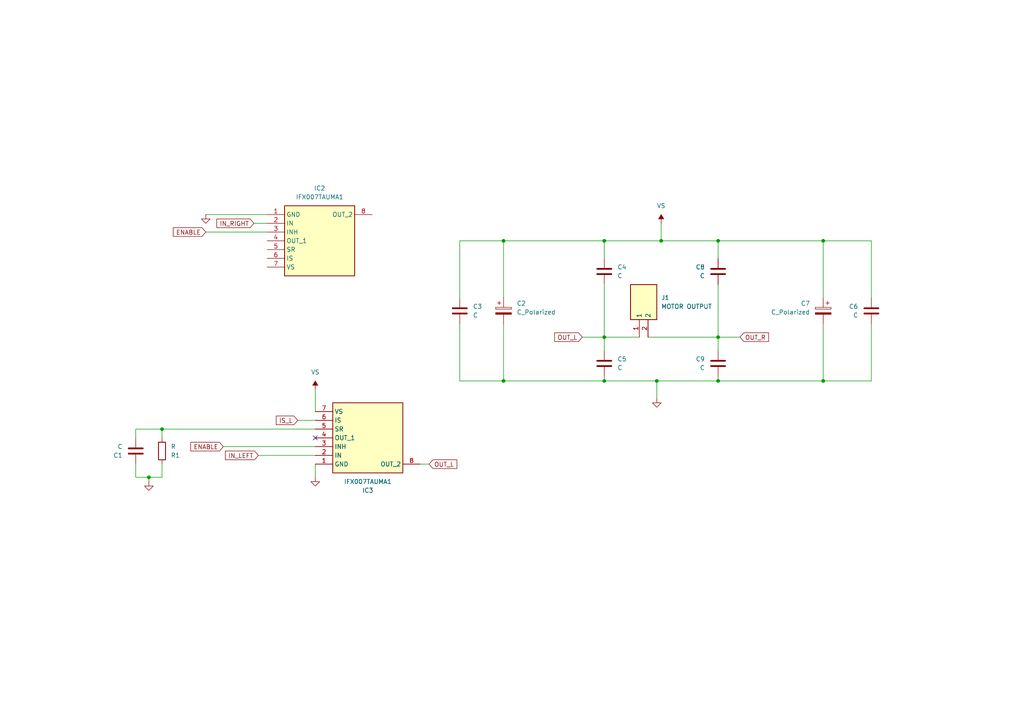
<source format=kicad_sch>
(kicad_sch (version 20231120) (generator "eeschema") (generator_version "8.0")
  (paper "A4")
  (lib_symbols
    (symbol "1729128:1729128"
      (property "Reference" "J" (at 16.51 7.62 0))
      (property "Value" "1729128" (at 16.51 5.08 0))
      (symbol "1729128_1_1"
        (rectangle (start 5.08 2.54) (end 15.24 -5.08) (stroke (width 0.254)) (fill (type background)))
        (pin passive line (at 0 0 0) (length 5.08) (name "1") (number "1"))
        (pin passive line (at 0 -2.54 0) (length 5.08) (name "2") (number "2"))
      )
    )
    (symbol "Device:C" (pin_numbers hide) (pin_names (offset 0.254))
      (property "Reference" "C" (at 0.635 2.54 0))
      (property "Value" "C" (at 0.635 -2.54 0))
      (symbol "C_0_1"
        (polyline (pts (xy -2.032 -0.762) (xy 2.032 -0.762)) (stroke (width 0.508)))
        (polyline (pts (xy -2.032 0.762) (xy 2.032 0.762)) (stroke (width 0.508)))
      )
      (symbol "C_1_1"
        (pin passive line (at 0 3.81 270) (length 2.794) (name "~") (number "1"))
        (pin passive line (at 0 -3.81 90) (length 2.794) (name "~") (number "2"))
      )
    )
    (symbol "Device:C_Polarized" (pin_numbers hide) (pin_names (offset 0.254))
      (property "Reference" "C" (at 0.635 2.54 0))
      (property "Value" "C_Polarized" (at 0.635 -2.54 0))
      (symbol "C_Polarized_0_1"
        (rectangle (start -2.286 0.508) (end 2.286 1.016))
        (polyline (pts (xy -1.778 2.286) (xy -0.762 2.286)))
        (polyline (pts (xy -1.27 2.794) (xy -1.27 1.778)))
        (rectangle (start 2.286 -0.508) (end -2.286 -1.016) (fill (type outline)))
      )
      (symbol "C_Polarized_1_1"
        (pin passive line (at 0 3.81 270) (length 2.794) (name "~") (number "1"))
        (pin passive line (at 0 -3.81 90) (length 2.794) (name "~") (number "2"))
      )
    )
    (symbol "Device:R" (pin_numbers hide) (pin_names (offset 0))
      (property "Reference" "R" (at 2.032 0 90))
      (property "Value" "R" (at 0 0 90))
      (symbol "R_0_1"
        (rectangle (start -1.016 -2.54) (end 1.016 2.54) (stroke (width 0.254)))
      )
      (symbol "R_1_1"
        (pin passive line (at 0 3.81 270) (length 1.27) (name "~") (number "1"))
        (pin passive line (at 0 -3.81 90) (length 1.27) (name "~") (number "2"))
      )
    )
    (symbol "IFX007TAUMA1:IFX007TAUMA1"
      (property "Reference" "IC" (at 26.67 7.62 0))
      (property "Value" "IFX007TAUMA1" (at 26.67 5.08 0))
      (symbol "IFX007TAUMA1_1_1"
        (rectangle (start 5.08 2.54) (end 25.4 -17.78) (stroke (width 0.254)) (fill (type background)))
        (pin passive line (at 0 0 0) (length 5.08) (name "GND") (number "1"))
        (pin passive line (at 0 -2.54 0) (length 5.08) (name "IN") (number "2"))
        (pin passive line (at 0 -5.08 0) (length 5.08) (name "INH") (number "3"))
        (pin passive line (at 0 -7.62 0) (length 5.08) (name "OUT_1") (number "4"))
        (pin passive line (at 0 -10.16 0) (length 5.08) (name "SR") (number "5"))
        (pin passive line (at 0 -12.7 0) (length 5.08) (name "IS") (number "6"))
        (pin passive line (at 0 -15.24 0) (length 5.08) (name "VS") (number "7"))
        (pin passive line (at 30.48 0 180) (length 5.08) (name "OUT_2") (number "8"))
      )
    )
    (symbol "power:GND" (power) (pin_numbers hide) (pin_names (offset 0) hide)
      (property "Value" "GND" (at 0 -3.81 0))
      (symbol "GND_0_1"
        (polyline (pts (xy 0 0) (xy 0 -1.27) (xy 1.27 -1.27) (xy 0 -2.54) (xy -1.27 -1.27) (xy 0 -1.27)))
      )
      (symbol "GND_1_1"
        (pin power_in line (at 0 0 270) (length 0) (name "~") (number "1"))
      )
    )
    (symbol "power:VS" (power) (pin_numbers hide) (pin_names (offset 0) hide)
      (property "Value" "VS" (at 0 3.556 0))
      (symbol "VS_0_1"
        (polyline (pts (xy 0 0) (xy 0 2.54)))
        (polyline (pts (xy 0.762 1.27) (xy -0.762 1.27) (xy 0 2.54) (xy 0.762 1.27)) (fill (type outline)))
      )
      (symbol "VS_1_1"
        (pin power_in line (at 0 0 90) (length 0) (name "~") (number "1"))
      )
    )
  )
  (junction (at 43.18 138.43))
  (junction (at 238.76 69.85))
  (junction (at 175.26 97.79))
  (junction (at 175.26 69.85))
  (junction (at 208.28 97.79))
  (junction (at 175.26 110.49))
  (junction (at 146.05 69.85))
  (junction (at 190.5 110.49))
  (junction (at 191.77 69.85))
  (junction (at 208.28 110.49))
  (junction (at 46.99 124.46))
  (junction (at 238.76 110.49))
  (junction (at 208.28 69.85))
  (junction (at 146.05 110.49))
  (no_connect (at 91.44 127))
  (wire (pts (xy 208.28 109.22) (xy 208.28 110.49)))
  (wire (pts (xy 252.73 93.98) (xy 252.73 110.49)))
  (wire (pts (xy 39.37 127) (xy 39.37 124.46)))
  (wire (pts (xy 146.05 69.85) (xy 146.05 86.36)))
  (wire (pts (xy 175.26 69.85) (xy 191.77 69.85)))
  (wire (pts (xy 208.28 82.55) (xy 208.28 97.79)))
  (wire (pts (xy 46.99 134.62) (xy 46.99 138.43)))
  (wire (pts (xy 133.35 110.49) (xy 146.05 110.49)))
  (wire (pts (xy 191.77 69.85) (xy 208.28 69.85)))
  (wire (pts (xy 238.76 110.49) (xy 208.28 110.49)))
  (wire (pts (xy 185.42 97.79) (xy 175.26 97.79)))
  (wire (pts (xy 91.44 113.03) (xy 91.44 119.38)))
  (wire (pts (xy 59.69 62.23) (xy 77.47 62.23)))
  (wire (pts (xy 238.76 93.98) (xy 238.76 110.49)))
  (wire (pts (xy 46.99 124.46) (xy 91.44 124.46)))
  (wire (pts (xy 74.93 132.08) (xy 91.44 132.08)))
  (wire (pts (xy 238.76 69.85) (xy 252.73 69.85)))
  (wire (pts (xy 190.5 110.49) (xy 190.5 115.57)))
  (wire (pts (xy 91.44 138.43) (xy 91.44 134.62)))
  (wire (pts (xy 146.05 69.85) (xy 175.26 69.85)))
  (wire (pts (xy 146.05 93.98) (xy 146.05 110.49)))
  (wire (pts (xy 175.26 97.79) (xy 175.26 101.6)))
  (wire (pts (xy 46.99 138.43) (xy 43.18 138.43)))
  (wire (pts (xy 39.37 124.46) (xy 46.99 124.46)))
  (wire (pts (xy 39.37 138.43) (xy 39.37 134.62)))
  (wire (pts (xy 187.96 97.79) (xy 208.28 97.79)))
  (wire (pts (xy 133.35 86.36) (xy 133.35 69.85)))
  (wire (pts (xy 238.76 69.85) (xy 208.28 69.85)))
  (wire (pts (xy 175.26 69.85) (xy 175.26 74.93)))
  (wire (pts (xy 43.18 139.7) (xy 43.18 138.43)))
  (wire (pts (xy 64.77 129.54) (xy 91.44 129.54)))
  (wire (pts (xy 175.26 109.22) (xy 175.26 110.49)))
  (wire (pts (xy 208.28 97.79) (xy 208.28 101.6)))
  (wire (pts (xy 191.77 64.77) (xy 191.77 69.85)))
  (wire (pts (xy 238.76 110.49) (xy 252.73 110.49)))
  (wire (pts (xy 214.63 97.79) (xy 208.28 97.79)))
  (wire (pts (xy 43.18 138.43) (xy 39.37 138.43)))
  (wire (pts (xy 124.46 134.62) (xy 121.92 134.62)))
  (wire (pts (xy 175.26 110.49) (xy 146.05 110.49)))
  (wire (pts (xy 208.28 69.85) (xy 208.28 74.93)))
  (wire (pts (xy 86.36 121.92) (xy 91.44 121.92)))
  (wire (pts (xy 252.73 69.85) (xy 252.73 86.36)))
  (wire (pts (xy 238.76 69.85) (xy 238.76 86.36)))
  (wire (pts (xy 175.26 82.55) (xy 175.26 97.79)))
  (wire (pts (xy 59.69 67.31) (xy 77.47 67.31)))
  (wire (pts (xy 46.99 124.46) (xy 46.99 127)))
  (wire (pts (xy 73.66 64.77) (xy 77.47 64.77)))
  (wire (pts (xy 133.35 69.85) (xy 146.05 69.85)))
  (wire (pts (xy 168.91 97.79) (xy 175.26 97.79)))
  (wire (pts (xy 175.26 110.49) (xy 190.5 110.49)))
  (wire (pts (xy 133.35 93.98) (xy 133.35 110.49)))
  (wire (pts (xy 190.5 110.49) (xy 208.28 110.49)))
  (global_label "ENABLE" (shape input) (at 64.77 129.54 180) (property "Intersheetrefs" "${INTERSHEET_REFS}" (effects (hide yes))))
  (global_label "OUT_L" (shape input) (at 124.46 134.62 0) (property "Intersheetrefs" "${INTERSHEET_REFS}" (effects (hide yes))))
  (global_label "ENABLE" (shape input) (at 59.69 67.31 180) (property "Intersheetrefs" "${INTERSHEET_REFS}" (effects (hide yes))))
  (global_label "OUT_R" (shape input) (at 214.63 97.79 0) (property "Intersheetrefs" "${INTERSHEET_REFS}" (effects (hide yes))))
  (global_label "IS_L" (shape input) (at 86.36 121.92 180) (property "Intersheetrefs" "${INTERSHEET_REFS}" (effects (hide yes))))
  (global_label "IN_LEFT" (shape input) (at 74.93 132.08 180) (property "Intersheetrefs" "${INTERSHEET_REFS}" (effects (hide yes))))
  (global_label "IN_RIGHT" (shape input) (at 73.66 64.77 180) (property "Intersheetrefs" "${INTERSHEET_REFS}" (effects (hide yes))))
  (global_label "OUT_L" (shape input) (at 168.91 97.79 180) (property "Intersheetrefs" "${INTERSHEET_REFS}" (effects (hide yes))))
  (symbol (lib_id "Device:C") (at 175.26 105.41 0) (unit 1)
    (property "Reference" "C5" (at 179.07 104.1399 0) (effects (justify left)))
    (property "Value" "C" (at 179.07 106.6799 0) (effects (justify left)))
    (property "Description" "Unpolarized capacitor" (effects (hide yes)))
  )
  (symbol (lib_id "power:GND") (at 43.18 139.7 0) (unit 1)
    (property "Reference" "#PWR4" (effects (hide yes)))
    (property "Value" "GND" (effects (hide yes)))
    (property "Description" "Power symbol creates a global label with name \"GND\" , ground" (effects (hide yes)))
  )
  (symbol (lib_id "power:VS") (at 91.44 113.03 0) (unit 1)
    (property "Reference" "#PWR3" (effects (hide yes)))
    (property "Value" "VS" (at 91.44 107.95 0))
    (property "Description" "Power symbol creates a global label with name \"VS\"" (effects (hide yes)))
  )
  (symbol (lib_id "power:GND") (at 59.69 62.23 0) (unit 1)
    (property "Reference" "#PWR2" (effects (hide yes)))
    (property "Value" "GND" (effects (hide yes)))
    (property "Description" "Power symbol creates a global label with name \"GND\" , ground" (effects (hide yes)))
  )
  (symbol (lib_id "Device:C") (at 175.26 78.74 0) (unit 1)
    (property "Reference" "C4" (at 179.07 77.4699 0) (effects (justify left)))
    (property "Value" "C" (at 179.07 80.0099 0) (effects (justify left)))
    (property "Description" "Unpolarized capacitor" (effects (hide yes)))
  )
  (symbol (lib_id "power:VS") (at 191.77 64.77 0) (mirror y) (unit 1)
    (property "Reference" "#PWR7" (effects (hide yes)))
    (property "Value" "VS" (at 191.77 59.69 0))
    (property "Description" "Power symbol creates a global label with name \"VS\"" (effects (hide yes)))
  )
  (symbol (lib_id "Device:R") (at 46.99 130.81 0) (mirror x) (unit 1)
    (property "Reference" "R1" (at 49.53 132.0801 0) (effects (justify left)))
    (property "Value" "R" (at 49.53 129.5401 0) (effects (justify left)))
    (property "Description" "Resistor" (effects (hide yes)))
  )
  (symbol (lib_id "IFX007TAUMA1:IFX007TAUMA1") (at 91.44 134.62 0) (mirror x) (unit 1)
    (property "Reference" "IC3" (at 106.68 142.24 0))
    (property "Value" "IFX007TAUMA1" (at 106.68 139.7 0))
    (property "Footprint" "PG-TO263-7-1" (effects (hide yes)))
    (property "Datasheet" "https://www.infineon.com/dgdl/Infineon-IFX007T-DS-v01_00-EN.pdf?fileId=5546d46265f064ff0166433484070b75" (effects (hide yes)))
    (property "Description" "Gate Drivers" (effects (hide yes)))
    (property "Mouser Part Number" "726-IFX007TAUMA1" (effects (hide yes)))
    (property "Mouser Price/Stock" "https://www.mouser.co.uk/ProductDetail/Infineon-Technologies/IFX007TAUMA1?qs=qSfuJ%252Bfl%2Fd7ZcDPqNlCgmA%3D%3D" (effects (hide yes)))
    (property "Manufacturer_Name" "Infineon" (effects (hide yes)))
    (property "Manufacturer_Part_Number" "IFX007TAUMA1" (effects (hide yes)))
  )
  (symbol (lib_id "Device:C_Polarized") (at 146.05 90.17 0) (unit 1)
    (property "Reference" "C2" (at 149.86 88.0109 0) (effects (justify left)))
    (property "Value" "C_Polarized" (at 149.86 90.5509 0) (effects (justify left)))
    (property "Description" "Polarized capacitor" (effects (hide yes)))
  )
  (symbol (lib_id "Device:C_Polarized") (at 238.76 90.17 0) (mirror y) (unit 1)
    (property "Reference" "C7" (at 234.95 88.0109 0) (effects (justify left)))
    (property "Value" "C_Polarized" (at 234.95 90.5509 0) (effects (justify left)))
    (property "Description" "Polarized capacitor" (effects (hide yes)))
  )
  (symbol (lib_id "Device:C") (at 39.37 130.81 180) (unit 1)
    (property "Reference" "C1" (at 35.56 132.0801 0) (effects (justify left)))
    (property "Value" "C" (at 35.56 129.5401 0) (effects (justify left)))
    (property "Description" "Unpolarized capacitor" (effects (hide yes)))
  )
  (symbol (lib_id "Device:C") (at 252.73 90.17 0) (mirror y) (unit 1)
    (property "Reference" "C6" (at 248.92 88.8999 0) (effects (justify left)))
    (property "Value" "C" (at 248.92 91.4399 0) (effects (justify left)))
    (property "Description" "Unpolarized capacitor" (effects (hide yes)))
  )
  (symbol (lib_id "power:GND") (at 190.5 115.57 0) (unit 1)
    (property "Reference" "#PWR6" (effects (hide yes)))
    (property "Value" "GND" (effects (hide yes)))
    (property "Description" "Power symbol creates a global label with name \"GND\" , ground" (effects (hide yes)))
  )
  (symbol (lib_id "Device:C") (at 133.35 90.17 0) (unit 1)
    (property "Reference" "C3" (at 137.16 88.8999 0) (effects (justify left)))
    (property "Value" "C" (at 137.16 91.4399 0) (effects (justify left)))
    (property "Description" "Unpolarized capacitor" (effects (hide yes)))
  )
  (symbol (lib_id "Device:C") (at 208.28 105.41 0) (mirror y) (unit 1)
    (property "Reference" "C9" (at 204.47 104.1399 0) (effects (justify left)))
    (property "Value" "C" (at 204.47 106.6799 0) (effects (justify left)))
    (property "Description" "Unpolarized capacitor" (effects (hide yes)))
  )
  (symbol (lib_id "power:GND") (at 91.44 138.43 0) (unit 1)
    (property "Reference" "#PWR1" (effects (hide yes)))
    (property "Value" "GND" (effects (hide yes)))
    (property "Description" "Power symbol creates a global label with name \"GND\" , ground" (effects (hide yes)))
  )
  (symbol (lib_id "1729128:1729128") (at 185.42 97.79 90) (unit 1)
    (property "Reference" "J1" (at 191.77 86.3599 90) (effects (justify right)))
    (property "Value" "MOTOR OUTPUT" (at 191.77 88.8999 90) (effects (justify right)))
    (property "Footprint" "1729128" (effects (hide yes)))
    (property "Datasheet" "http://www.phoenixcontact.net/product/1729128" (effects (hide yes)))
    (property "Description" "PCB terminal block, nominal current: 13.5 A, rated voltage (III/2): 400 V, nominal cross section: 1.5 mm?, Number of potentials: 2, Number of rows: 1, Number of positions per row: 2, product range: MKDSN 1,5, pitch: 5.08 mm, connection method: Screw connection with tension sleeve, mounting: Wave soldering, conductor/PCB connection direction: 0 ?, color: green, Pin layout: Linear pinning, Solder pin [P]: 3.5 mm, type of packaging: packed in cardboard" (effects (hide yes)))
    (property "Height" "10.15" (effects (hide yes)))
    (property "Mouser Part Number" "651-1729128" (effects (hide yes)))
    (property "Mouser Price/Stock" "https://www.mouser.co.uk/ProductDetail/Phoenix-Contact/1729128?qs=GFUSqQMLmmnCBVBY3dts9w%3D%3D" (effects (hide yes)))
    (property "Manufacturer_Name" "Phoenix Contact" (effects (hide yes)))
    (property "Manufacturer_Part_Number" "1729128" (effects (hide yes)))
  )
  (symbol (lib_id "Device:C") (at 208.28 78.74 0) (mirror y) (unit 1)
    (property "Reference" "C8" (at 204.47 77.4699 0) (effects (justify left)))
    (property "Value" "C" (at 204.47 80.0099 0) (effects (justify left)))
    (property "Description" "Unpolarized capacitor" (effects (hide yes)))
  )
  (symbol (lib_id "IFX007TAUMA1:IFX007TAUMA1") (at 77.47 62.23 0) (unit 1)
    (property "Reference" "IC2" (at 92.71 54.61 0))
    (property "Value" "IFX007TAUMA1" (at 92.71 57.15 0))
    (property "Footprint" "PG-TO263-7-1" (effects (hide yes)))
    (property "Datasheet" "https://www.infineon.com/dgdl/Infineon-IFX007T-DS-v01_00-EN.pdf?fileId=5546d46265f064ff0166433484070b75" (effects (hide yes)))
    (property "Description" "Gate Drivers" (effects (hide yes)))
    (property "Mouser Part Number" "726-IFX007TAUMA1" (effects (hide yes)))
    (property "Mouser Price/Stock" "https://www.mouser.co.uk/ProductDetail/Infineon-Technologies/IFX007TAUMA1?qs=qSfuJ%252Bfl%2Fd7ZcDPqNlCgmA%3D%3D" (effects (hide yes)))
    (property "Manufacturer_Name" "Infineon" (effects (hide yes)))
    (property "Manufacturer_Part_Number" "IFX007TAUMA1" (effects (hide yes)))
  )
)
</source>
